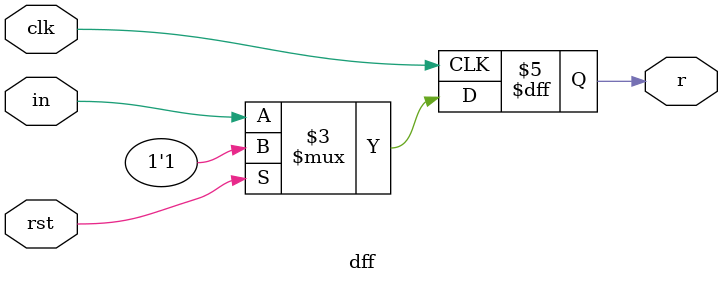
<source format=v>
module dff(input clk,
           input rst,
           input in,
           output reg r);
    always @(posedge clk) begin
        if(rst) begin
            r<=1;
        end
        else begin
            r<=in;
        end
    end
endmodule

</source>
